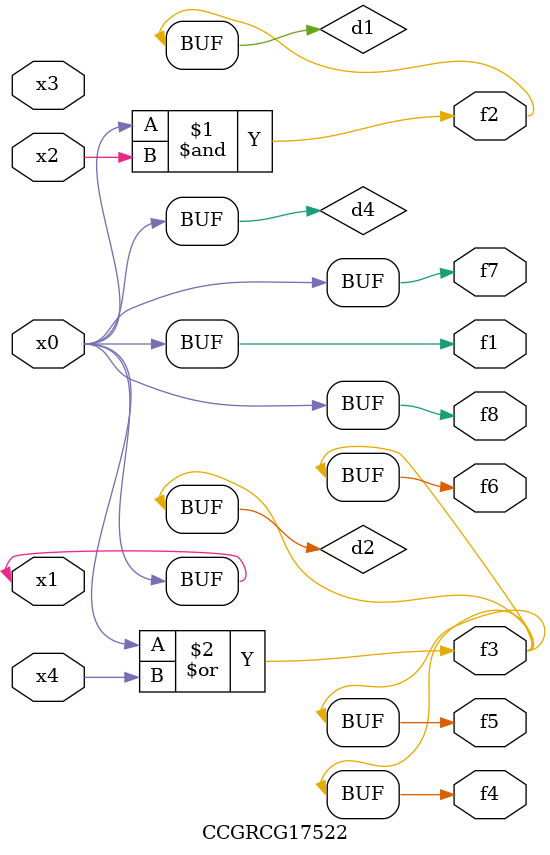
<source format=v>
module CCGRCG17522(
	input x0, x1, x2, x3, x4,
	output f1, f2, f3, f4, f5, f6, f7, f8
);

	wire d1, d2, d3, d4;

	and (d1, x0, x2);
	or (d2, x0, x4);
	nand (d3, x0, x2);
	buf (d4, x0, x1);
	assign f1 = d4;
	assign f2 = d1;
	assign f3 = d2;
	assign f4 = d2;
	assign f5 = d2;
	assign f6 = d2;
	assign f7 = d4;
	assign f8 = d4;
endmodule

</source>
